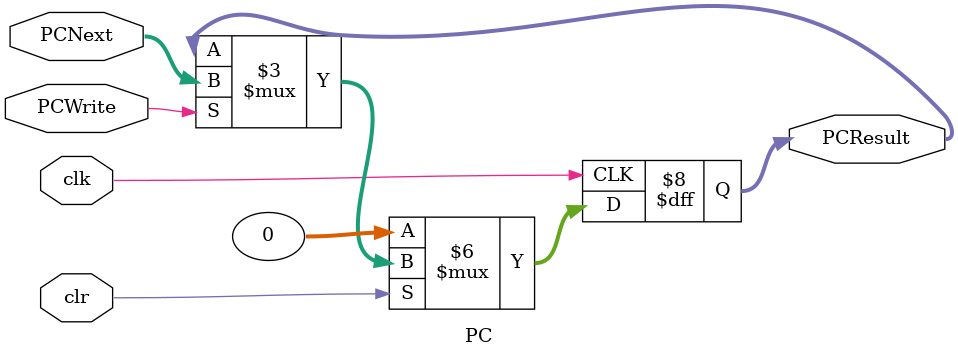
<source format=v>
module PC(PCNext, PCResult, clk, clr, PCWrite);
	input [31:0] PCNext;
	input clk, clr, PCWrite;
	output [31:0] PCResult;
	reg [31:0] PCResult;
	always @(posedge clk)
	begin
	if (clr == 0)
			PCResult <= 0;
		else if (PCWrite)
			PCResult <= PCNext;
	end
endmodule

</source>
